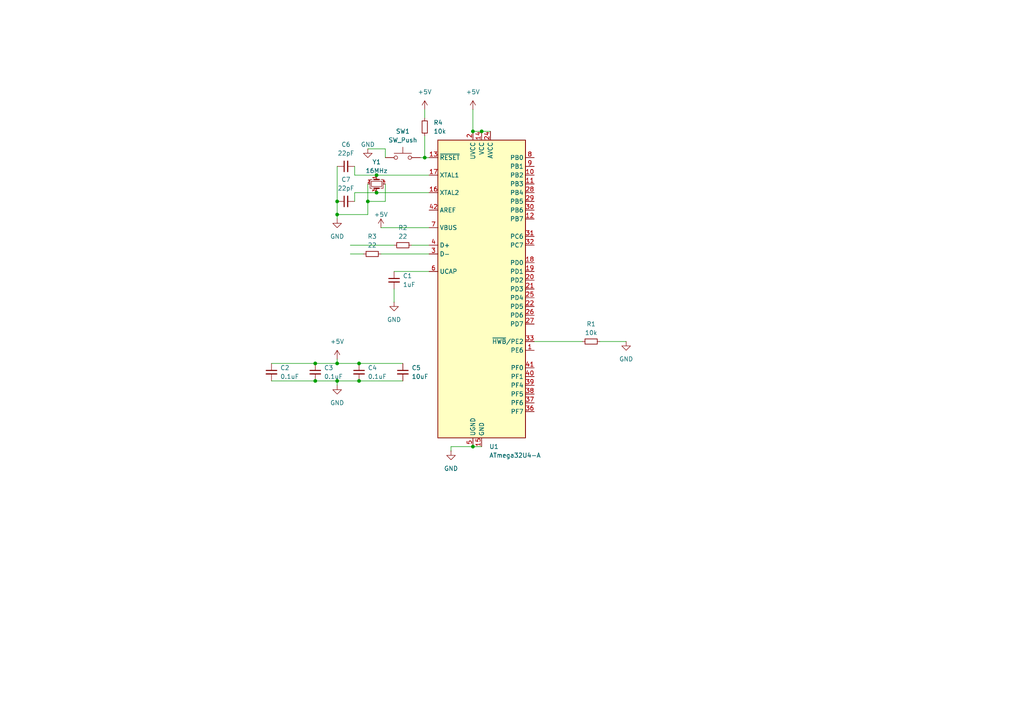
<source format=kicad_sch>
(kicad_sch (version 20231120) (generator "eeschema") (generator_version "8.0")
  (paper "A4")
  (lib_symbols
    (symbol "Device:C_Small" (pin_numbers hide) (pin_names (offset 0.254) hide)
      (property "Reference" "C" (at 0.254 1.778 0))
      (property "Value" "C_Small" (at 0.254 -2.032 0))
      (symbol "C_Small_0_1"
        (polyline (pts (xy -1.524 -0.508) (xy 1.524 -0.508)) (stroke (width 0.3302)))
        (polyline (pts (xy -1.524 0.508) (xy 1.524 0.508)) (stroke (width 0.3048)))
      )
      (symbol "C_Small_1_1"
        (pin passive line (at 0 2.54 270) (length 2.032) (name "~") (number "1"))
        (pin passive line (at 0 -2.54 90) (length 2.032) (name "~") (number "2"))
      )
    )
    (symbol "Device:Crystal_GND24_Small" (pin_names (offset 1.016) hide)
      (property "Reference" "Y" (at 1.27 4.445 0))
      (property "Value" "Crystal_GND24_Small" (at 1.27 2.54 0))
      (symbol "Crystal_GND24_Small_0_1"
        (rectangle (start -0.762 -1.524) (end 0.762 1.524))
        (polyline (pts (xy -1.27 -0.762) (xy -1.27 0.762)) (stroke (width 0.381)))
        (polyline (pts (xy 1.27 -0.762) (xy 1.27 0.762)) (stroke (width 0.381)))
        (polyline (pts (xy -1.27 -1.27) (xy -1.27 -1.905) (xy 1.27 -1.905) (xy 1.27 -1.27)))
        (polyline (pts (xy -1.27 1.27) (xy -1.27 1.905) (xy 1.27 1.905) (xy 1.27 1.27)))
      )
      (symbol "Crystal_GND24_Small_1_1"
        (pin passive line (at -2.54 0 0) (length 1.27) (name "1") (number "1"))
        (pin passive line (at 0 -2.54 90) (length 0.635) (name "2") (number "2"))
        (pin passive line (at 2.54 0 180) (length 1.27) (name "3") (number "3"))
        (pin passive line (at 0 2.54 270) (length 0.635) (name "4") (number "4"))
      )
    )
    (symbol "Device:R_Small" (pin_numbers hide) (pin_names (offset 0.254) hide)
      (property "Reference" "R" (at 0.762 0.508 0))
      (property "Value" "R_Small" (at 0.762 -1.016 0))
      (symbol "R_Small_0_1"
        (rectangle (start -0.762 1.778) (end 0.762 -1.778) (stroke (width 0.2032)))
      )
      (symbol "R_Small_1_1"
        (pin passive line (at 0 2.54 270) (length 0.762) (name "~") (number "1"))
        (pin passive line (at 0 -2.54 90) (length 0.762) (name "~") (number "2"))
      )
    )
    (symbol "MCU_Microchip_ATmega:ATmega32U4-A"
      (property "Reference" "U" (at -12.7 44.45 0))
      (property "Value" "ATmega32U4-A" (at 2.54 -44.45 0))
      (symbol "ATmega32U4-A_0_1"
        (rectangle (start -12.7 -43.18) (end 12.7 43.18) (stroke (width 0.254)) (fill (type background)))
      )
      (symbol "ATmega32U4-A_1_1"
        (pin bidirectional line (at 15.24 -17.78 180) (length 2.54) (name "PE6") (number "1"))
        (pin bidirectional line (at 15.24 33.02 180) (length 2.54) (name "PB2") (number "10"))
        (pin bidirectional line (at 15.24 30.48 180) (length 2.54) (name "PB3") (number "11"))
        (pin bidirectional line (at 15.24 20.32 180) (length 2.54) (name "PB7") (number "12"))
        (pin input line (at -15.24 38.1 0) (length 2.54) (name "~{RESET}") (number "13"))
        (pin power_in line (at 0 45.72 270) (length 2.54) (name "VCC") (number "14"))
        (pin power_in line (at 0 -45.72 90) (length 2.54) (name "GND") (number "15"))
        (pin output line (at -15.24 27.94 0) (length 2.54) (name "XTAL2") (number "16"))
        (pin input line (at -15.24 33.02 0) (length 2.54) (name "XTAL1") (number "17"))
        (pin bidirectional line (at 15.24 7.62 180) (length 2.54) (name "PD0") (number "18"))
        (pin bidirectional line (at 15.24 5.08 180) (length 2.54) (name "PD1") (number "19"))
        (pin power_in line (at -2.54 45.72 270) (length 2.54) (name "UVCC") (number "2"))
        (pin bidirectional line (at 15.24 2.54 180) (length 2.54) (name "PD2") (number "20"))
        (pin bidirectional line (at 15.24 0 180) (length 2.54) (name "PD3") (number "21"))
        (pin bidirectional line (at 15.24 -5.08 180) (length 2.54) (name "PD5") (number "22"))
        (pin passive line (at 0 -45.72 90) (length 2.54) hide (name "GND") (number "23"))
        (pin power_in line (at 2.54 45.72 270) (length 2.54) (name "AVCC") (number "24"))
        (pin bidirectional line (at 15.24 -2.54 180) (length 2.54) (name "PD4") (number "25"))
        (pin bidirectional line (at 15.24 -7.62 180) (length 2.54) (name "PD6") (number "26"))
        (pin bidirectional line (at 15.24 -10.16 180) (length 2.54) (name "PD7") (number "27"))
        (pin bidirectional line (at 15.24 27.94 180) (length 2.54) (name "PB4") (number "28"))
        (pin bidirectional line (at 15.24 25.4 180) (length 2.54) (name "PB5") (number "29"))
        (pin bidirectional line (at -15.24 10.16 0) (length 2.54) (name "D-") (number "3"))
        (pin bidirectional line (at 15.24 22.86 180) (length 2.54) (name "PB6") (number "30"))
        (pin bidirectional line (at 15.24 15.24 180) (length 2.54) (name "PC6") (number "31"))
        (pin bidirectional line (at 15.24 12.7 180) (length 2.54) (name "PC7") (number "32"))
        (pin bidirectional line (at 15.24 -15.24 180) (length 2.54) (name "~{HWB}/PE2") (number "33"))
        (pin passive line (at 0 45.72 270) (length 2.54) hide (name "VCC") (number "34"))
        (pin passive line (at 0 -45.72 90) (length 2.54) hide (name "GND") (number "35"))
        (pin bidirectional line (at 15.24 -35.56 180) (length 2.54) (name "PF7") (number "36"))
        (pin bidirectional line (at 15.24 -33.02 180) (length 2.54) (name "PF6") (number "37"))
        (pin bidirectional line (at 15.24 -30.48 180) (length 2.54) (name "PF5") (number "38"))
        (pin bidirectional line (at 15.24 -27.94 180) (length 2.54) (name "PF4") (number "39"))
        (pin bidirectional line (at -15.24 12.7 0) (length 2.54) (name "D+") (number "4"))
        (pin bidirectional line (at 15.24 -25.4 180) (length 2.54) (name "PF1") (number "40"))
        (pin bidirectional line (at 15.24 -22.86 180) (length 2.54) (name "PF0") (number "41"))
        (pin passive line (at -15.24 22.86 0) (length 2.54) (name "AREF") (number "42"))
        (pin passive line (at 0 -45.72 90) (length 2.54) hide (name "GND") (number "43"))
        (pin passive line (at 2.54 45.72 270) (length 2.54) hide (name "AVCC") (number "44"))
        (pin passive line (at -2.54 -45.72 90) (length 2.54) (name "UGND") (number "5"))
        (pin passive line (at -15.24 5.08 0) (length 2.54) (name "UCAP") (number "6"))
        (pin input line (at -15.24 17.78 0) (length 2.54) (name "VBUS") (number "7"))
        (pin bidirectional line (at 15.24 38.1 180) (length 2.54) (name "PB0") (number "8"))
        (pin bidirectional line (at 15.24 35.56 180) (length 2.54) (name "PB1") (number "9"))
      )
    )
    (symbol "Switch:SW_Push" (pin_numbers hide) (pin_names (offset 1.016) hide)
      (property "Reference" "SW" (at 1.27 2.54 0))
      (property "Value" "SW_Push" (at 0 -1.524 0))
      (symbol "SW_Push_0_1"
        (circle (center -2.032 0) (radius 0.508))
        (polyline (pts (xy 0 1.27) (xy 0 3.048)))
        (polyline (pts (xy 2.54 1.27) (xy -2.54 1.27)))
        (circle (center 2.032 0) (radius 0.508))
        (pin passive line (at -5.08 0 0) (length 2.54) (name "1") (number "1"))
        (pin passive line (at 5.08 0 180) (length 2.54) (name "2") (number "2"))
      )
    )
    (symbol "power:+5V" (power) (pin_numbers hide) (pin_names (offset 0) hide)
      (property "Value" "+5V" (at 0 3.556 0))
      (symbol "+5V_0_1"
        (polyline (pts (xy -0.762 1.27) (xy 0 2.54)))
        (polyline (pts (xy 0 0) (xy 0 2.54)))
        (polyline (pts (xy 0 2.54) (xy 0.762 1.27)))
      )
      (symbol "+5V_1_1"
        (pin power_in line (at 0 0 90) (length 0) (name "~") (number "1"))
      )
    )
    (symbol "power:GND" (power) (pin_numbers hide) (pin_names (offset 0) hide)
      (property "Value" "GND" (at 0 -3.81 0))
      (symbol "GND_0_1"
        (polyline (pts (xy 0 0) (xy 0 -1.27) (xy 1.27 -1.27) (xy 0 -2.54) (xy -1.27 -1.27) (xy 0 -1.27)))
      )
      (symbol "GND_1_1"
        (pin power_in line (at 0 0 270) (length 0) (name "~") (number "1"))
      )
    )
  )
  (junction (at 137.16 129.54))
  (junction (at 137.16 38.1))
  (junction (at 91.44 110.49))
  (junction (at 97.79 110.49))
  (junction (at 97.79 58.42))
  (junction (at 123.19 45.72))
  (junction (at 97.79 62.23))
  (junction (at 106.68 58.42))
  (junction (at 104.14 110.49))
  (junction (at 139.7 38.1))
  (junction (at 109.22 50.8))
  (junction (at 109.22 55.88))
  (junction (at 97.79 105.41))
  (junction (at 104.14 105.41))
  (junction (at 91.44 105.41))
  (wire (pts (xy 106.68 58.42) (xy 106.68 53.34)))
  (wire (pts (xy 123.19 31.75) (xy 123.19 34.29)))
  (wire (pts (xy 97.79 48.26) (xy 97.79 58.42)))
  (wire (pts (xy 101.6 71.12) (xy 114.3 71.12)))
  (wire (pts (xy 97.79 62.23) (xy 97.79 63.5)))
  (wire (pts (xy 97.79 110.49) (xy 97.79 111.76)))
  (wire (pts (xy 173.99 99.06) (xy 181.61 99.06)))
  (wire (pts (xy 119.38 71.12) (xy 124.46 71.12)))
  (wire (pts (xy 137.16 38.1) (xy 139.7 38.1)))
  (wire (pts (xy 111.76 53.34) (xy 111.76 58.42)))
  (wire (pts (xy 97.79 104.14) (xy 97.79 105.41)))
  (wire (pts (xy 110.49 66.04) (xy 124.46 66.04)))
  (wire (pts (xy 102.87 55.88) (xy 109.22 55.88)))
  (wire (pts (xy 97.79 58.42) (xy 97.79 62.23)))
  (wire (pts (xy 121.92 45.72) (xy 123.19 45.72)))
  (wire (pts (xy 104.14 110.49) (xy 116.84 110.49)))
  (wire (pts (xy 137.16 129.54) (xy 130.81 129.54)))
  (wire (pts (xy 114.3 83.82) (xy 114.3 87.63)))
  (wire (pts (xy 106.68 62.23) (xy 106.68 58.42)))
  (wire (pts (xy 123.19 45.72) (xy 124.46 45.72)))
  (wire (pts (xy 78.74 105.41) (xy 91.44 105.41)))
  (wire (pts (xy 97.79 110.49) (xy 104.14 110.49)))
  (wire (pts (xy 102.87 48.26) (xy 102.87 50.8)))
  (wire (pts (xy 101.6 73.66) (xy 105.41 73.66)))
  (wire (pts (xy 139.7 129.54) (xy 137.16 129.54)))
  (wire (pts (xy 130.81 129.54) (xy 130.81 130.81)))
  (wire (pts (xy 91.44 110.49) (xy 97.79 110.49)))
  (wire (pts (xy 109.22 55.88) (xy 124.46 55.88)))
  (wire (pts (xy 91.44 105.41) (xy 97.79 105.41)))
  (wire (pts (xy 137.16 31.75) (xy 137.16 38.1)))
  (wire (pts (xy 102.87 50.8) (xy 109.22 50.8)))
  (wire (pts (xy 97.79 105.41) (xy 104.14 105.41)))
  (wire (pts (xy 109.22 50.8) (xy 124.46 50.8)))
  (wire (pts (xy 102.87 58.42) (xy 102.87 55.88)))
  (wire (pts (xy 104.14 105.41) (xy 116.84 105.41)))
  (wire (pts (xy 123.19 39.37) (xy 123.19 45.72)))
  (wire (pts (xy 139.7 38.1) (xy 142.24 38.1)))
  (wire (pts (xy 114.3 78.74) (xy 124.46 78.74)))
  (wire (pts (xy 111.76 43.18) (xy 106.68 43.18)))
  (wire (pts (xy 110.49 73.66) (xy 124.46 73.66)))
  (wire (pts (xy 111.76 58.42) (xy 106.68 58.42)))
  (wire (pts (xy 111.76 45.72) (xy 111.76 43.18)))
  (wire (pts (xy 154.94 99.06) (xy 168.91 99.06)))
  (wire (pts (xy 78.74 110.49) (xy 91.44 110.49)))
  (wire (pts (xy 97.79 62.23) (xy 106.68 62.23)))
  (symbol (lib_id "Device:C_Small") (at 91.44 107.95 0) (unit 1)
    (property "Reference" "C3" (at 93.98 106.6862 0) (effects (justify left)))
    (property "Value" "0.1uF" (at 93.98 109.2262 0) (effects (justify left)))
    (property "Description" "Unpolarized capacitor, small symbol" (effects (hide yes)))
  )
  (symbol (lib_id "power:+5V") (at 97.79 104.14 0) (unit 1)
    (property "Reference" "#PWR06" (effects (hide yes)))
    (property "Value" "+5V" (at 97.79 99.06 0))
    (property "Description" "Power symbol creates a global label with name \"+5V\"" (effects (hide yes)))
  )
  (symbol (lib_id "Device:Crystal_GND24_Small") (at 109.22 53.34 270) (unit 1)
    (property "Reference" "Y1" (at 109.22 46.99 90))
    (property "Value" "16MHz" (at 109.22 49.53 90))
    (property "Description" "Four pin crystal, GND on pins 2 and 4, small symbol" (effects (hide yes)))
  )
  (symbol (lib_id "power:GND") (at 97.79 111.76 0) (unit 1)
    (property "Reference" "#PWR05" (effects (hide yes)))
    (property "Value" "GND" (at 97.79 116.84 0))
    (property "Description" "Power symbol creates a global label with name \"GND\" , ground" (effects (hide yes)))
  )
  (symbol (lib_id "power:GND") (at 130.81 130.81 0) (unit 1)
    (property "Reference" "#PWR02" (effects (hide yes)))
    (property "Value" "GND" (at 130.81 135.89 0))
    (property "Description" "Power symbol creates a global label with name \"GND\" , ground" (effects (hide yes)))
  )
  (symbol (lib_id "Device:R_Small") (at 107.95 73.66 90) (unit 1)
    (property "Reference" "R3" (at 107.95 68.58 90))
    (property "Value" "22" (at 107.95 71.12 90))
    (property "Description" "Resistor, small symbol" (effects (hide yes)))
  )
  (symbol (lib_id "power:+5V") (at 110.49 66.04 0) (unit 1)
    (property "Reference" "#PWR07" (effects (hide yes)))
    (property "Value" "+5V" (at 110.49 62.23 0))
    (property "Description" "Power symbol creates a global label with name \"+5V\"" (effects (hide yes)))
  )
  (symbol (lib_id "Device:C_Small") (at 114.3 81.28 0) (unit 1)
    (property "Reference" "C1" (at 116.84 80.0162 0) (effects (justify left)))
    (property "Value" "1uF" (at 116.84 82.5562 0) (effects (justify left)))
    (property "Description" "Unpolarized capacitor, small symbol" (effects (hide yes)))
  )
  (symbol (lib_id "Device:R_Small") (at 123.19 36.83 0) (unit 1)
    (property "Reference" "R4" (at 125.73 35.5599 0) (effects (justify left)))
    (property "Value" "10k" (at 125.73 38.0999 0) (effects (justify left)))
    (property "Description" "Resistor, small symbol" (effects (hide yes)))
  )
  (symbol (lib_id "power:GND") (at 181.61 99.06 0) (unit 1)
    (property "Reference" "#PWR03" (effects (hide yes)))
    (property "Value" "GND" (at 181.61 104.14 0))
    (property "Description" "Power symbol creates a global label with name \"GND\" , ground" (effects (hide yes)))
  )
  (symbol (lib_id "power:GND") (at 114.3 87.63 0) (unit 1)
    (property "Reference" "#PWR04" (effects (hide yes)))
    (property "Value" "GND" (at 114.3 92.71 0))
    (property "Description" "Power symbol creates a global label with name \"GND\" , ground" (effects (hide yes)))
  )
  (symbol (lib_id "Device:C_Small") (at 100.33 58.42 90) (unit 1)
    (property "Reference" "C7" (at 100.3363 52.07 90))
    (property "Value" "22pF" (at 100.3363 54.61 90))
    (property "Description" "Unpolarized capacitor, small symbol" (effects (hide yes)))
  )
  (symbol (lib_id "power:+5V") (at 137.16 31.75 0) (unit 1)
    (property "Reference" "#PWR01" (effects (hide yes)))
    (property "Value" "+5V" (at 137.16 26.67 0))
    (property "Description" "Power symbol creates a global label with name \"+5V\"" (effects (hide yes)))
  )
  (symbol (lib_id "power:GND") (at 106.68 43.18 0) (unit 1)
    (property "Reference" "#PWR09" (effects (hide yes)))
    (property "Value" "GND" (at 106.68 41.91 0))
    (property "Description" "Power symbol creates a global label with name \"GND\" , ground" (effects (hide yes)))
  )
  (symbol (lib_id "MCU_Microchip_ATmega:ATmega32U4-A") (at 139.7 83.82 0) (unit 1)
    (property "Reference" "U1" (at 141.8941 129.54 0) (effects (justify left)))
    (property "Value" "ATmega32U4-A" (at 141.8941 132.08 0) (effects (justify left)))
    (property "Footprint" "Package_QFP:TQFP-44_10x10mm_P0.8mm" (effects (hide yes)))
    (property "Datasheet" "http://ww1.microchip.com/downloads/en/DeviceDoc/Atmel-7766-8-bit-AVR-ATmega16U4-32U4_Datasheet.pdf" (effects (hide yes)))
    (property "Description" "16MHz, 32kB Flash, 2.5kB SRAM, 1kB EEPROM, USB 2.0, TQFP-44" (effects (hide yes)))
  )
  (symbol (lib_id "Switch:SW_Push") (at 116.84 45.72 0) (unit 1)
    (property "Reference" "SW1" (at 116.84 38.1 0))
    (property "Value" "SW_Push" (at 116.84 40.64 0))
    (property "Description" "Push button switch, generic, two pins" (effects (hide yes)))
  )
  (symbol (lib_id "Device:R_Small") (at 116.84 71.12 90) (unit 1)
    (property "Reference" "R2" (at 116.84 66.04 90))
    (property "Value" "22" (at 116.84 68.58 90))
    (property "Description" "Resistor, small symbol" (effects (hide yes)))
  )
  (symbol (lib_id "power:GND") (at 97.79 63.5 0) (unit 1)
    (property "Reference" "#PWR08" (effects (hide yes)))
    (property "Value" "GND" (at 97.79 68.58 0))
    (property "Description" "Power symbol creates a global label with name \"GND\" , ground" (effects (hide yes)))
  )
  (symbol (lib_id "Device:C_Small") (at 116.84 107.95 0) (unit 1)
    (property "Reference" "C5" (at 119.38 106.6862 0) (effects (justify left)))
    (property "Value" "10uF" (at 119.38 109.2262 0) (effects (justify left)))
    (property "Description" "Unpolarized capacitor, small symbol" (effects (hide yes)))
  )
  (symbol (lib_id "power:+5V") (at 123.19 31.75 0) (unit 1)
    (property "Reference" "#PWR010" (effects (hide yes)))
    (property "Value" "+5V" (at 123.19 26.67 0))
    (property "Description" "Power symbol creates a global label with name \"+5V\"" (effects (hide yes)))
  )
  (symbol (lib_id "Device:C_Small") (at 104.14 107.95 0) (unit 1)
    (property "Reference" "C4" (at 106.68 106.6862 0) (effects (justify left)))
    (property "Value" "0.1uF" (at 106.68 109.2262 0) (effects (justify left)))
    (property "Description" "Unpolarized capacitor, small symbol" (effects (hide yes)))
  )
  (symbol (lib_id "Device:R_Small") (at 171.45 99.06 90) (unit 1)
    (property "Reference" "R1" (at 171.45 93.98 90))
    (property "Value" "10k" (at 171.45 96.52 90))
    (property "Description" "Resistor, small symbol" (effects (hide yes)))
  )
  (symbol (lib_id "Device:C_Small") (at 78.74 107.95 0) (unit 1)
    (property "Reference" "C2" (at 81.28 106.6862 0) (effects (justify left)))
    (property "Value" "0.1uF" (at 81.28 109.2262 0) (effects (justify left)))
    (property "Description" "Unpolarized capacitor, small symbol" (effects (hide yes)))
  )
  (symbol (lib_id "Device:C_Small") (at 100.33 48.26 90) (unit 1)
    (property "Reference" "C6" (at 100.3363 41.91 90))
    (property "Value" "22pF" (at 100.3363 44.45 90))
    (property "Description" "Unpolarized capacitor, small symbol" (effects (hide yes)))
  )
)
</source>
